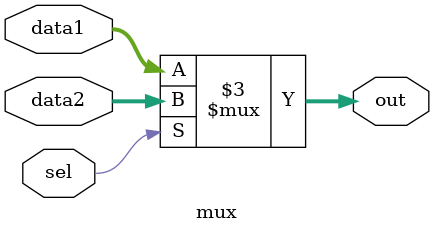
<source format=v>
module mux(
		input	[31:0] data1, data2,
		input sel,
		output reg [31:0] out
	);
	
	always @(*)
	begin
		if(sel) out <= data2;
		else out <= data1;
	end

endmodule

</source>
